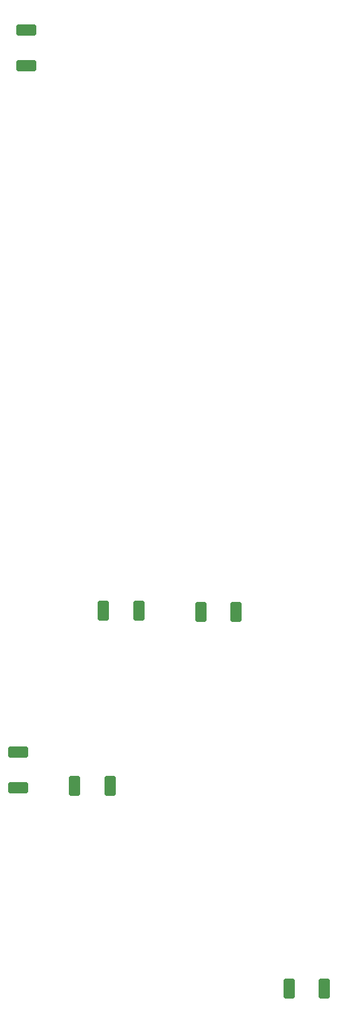
<source format=gtp>
G04 #@! TF.GenerationSoftware,KiCad,Pcbnew,8.0.4-8.0.4-0~ubuntu22.04.1*
G04 #@! TF.CreationDate,2024-09-04T15:26:38-06:00*
G04 #@! TF.ProjectId,modulargas,6d6f6475-6c61-4726-9761-732e6b696361,rev?*
G04 #@! TF.SameCoordinates,Original*
G04 #@! TF.FileFunction,Paste,Top*
G04 #@! TF.FilePolarity,Positive*
%FSLAX46Y46*%
G04 Gerber Fmt 4.6, Leading zero omitted, Abs format (unit mm)*
G04 Created by KiCad (PCBNEW 8.0.4-8.0.4-0~ubuntu22.04.1) date 2024-09-04 15:26:38*
%MOMM*%
%LPD*%
G01*
G04 APERTURE LIST*
G04 Aperture macros list*
%AMRoundRect*
0 Rectangle with rounded corners*
0 $1 Rounding radius*
0 $2 $3 $4 $5 $6 $7 $8 $9 X,Y pos of 4 corners*
0 Add a 4 corners polygon primitive as box body*
4,1,4,$2,$3,$4,$5,$6,$7,$8,$9,$2,$3,0*
0 Add four circle primitives for the rounded corners*
1,1,$1+$1,$2,$3*
1,1,$1+$1,$4,$5*
1,1,$1+$1,$6,$7*
1,1,$1+$1,$8,$9*
0 Add four rect primitives between the rounded corners*
20,1,$1+$1,$2,$3,$4,$5,0*
20,1,$1+$1,$4,$5,$6,$7,0*
20,1,$1+$1,$6,$7,$8,$9,0*
20,1,$1+$1,$8,$9,$2,$3,0*%
G04 Aperture macros list end*
%ADD10RoundRect,0.250000X0.500000X1.100000X-0.500000X1.100000X-0.500000X-1.100000X0.500000X-1.100000X0*%
%ADD11RoundRect,0.250000X-1.100000X0.500000X-1.100000X-0.500000X1.100000X-0.500000X1.100000X0.500000X0*%
%ADD12RoundRect,0.250000X-0.500000X-1.100000X0.500000X-1.100000X0.500000X1.100000X-0.500000X1.100000X0*%
%ADD13RoundRect,0.250000X1.100000X-0.500000X1.100000X0.500000X-1.100000X0.500000X-1.100000X-0.500000X0*%
G04 APERTURE END LIST*
D10*
X104950000Y-116500000D03*
X100150000Y-116500000D03*
D11*
X75450000Y-135450000D03*
X75450000Y-140250000D03*
D10*
X91800000Y-116300000D03*
X87000000Y-116300000D03*
D12*
X83100000Y-140050000D03*
X87900000Y-140050000D03*
D13*
X76600000Y-42550000D03*
X76600000Y-37750000D03*
D10*
X116900000Y-167475000D03*
X112100000Y-167475000D03*
M02*

</source>
